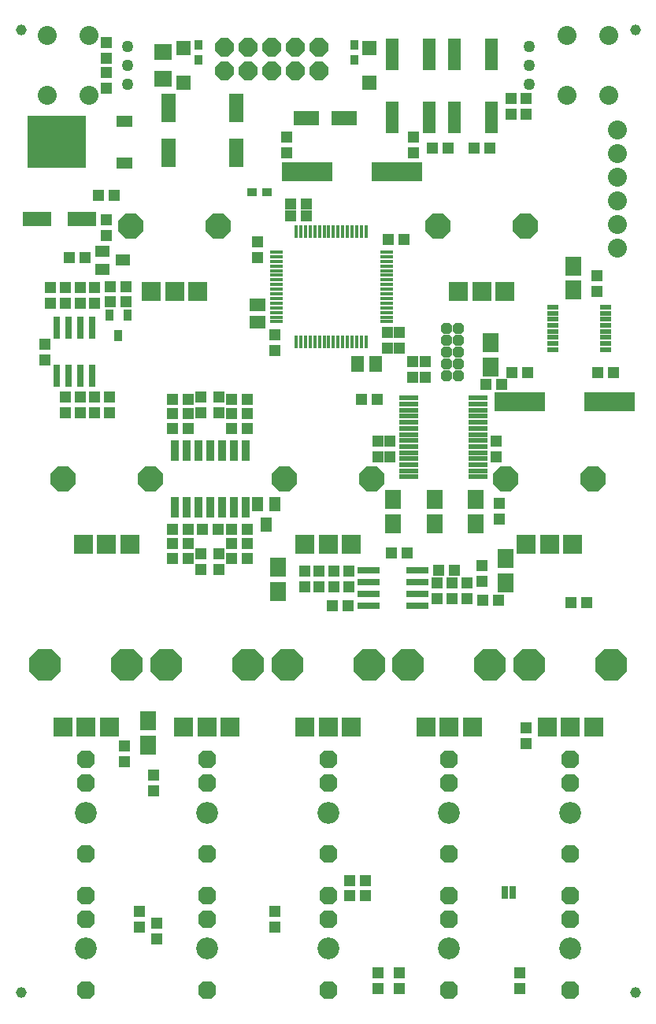
<source format=gbr>
G04 EAGLE Gerber RS-274X export*
G75*
%MOMM*%
%FSLAX34Y34*%
%LPD*%
%INSoldermask Top*%
%IPPOS*%
%AMOC8*
5,1,8,0,0,1.08239X$1,22.5*%
G01*
G04 Define Apertures*
%ADD10R,5.486400X2.082800*%
%ADD11R,1.152400X1.252400*%
%ADD12R,1.352400X3.352400*%
%ADD13R,1.252400X1.152400*%
%ADD14P,1.31965X8X292.5*%
%ADD15R,0.452400X1.352400*%
%ADD16R,1.352400X0.452400*%
%ADD17R,1.652400X1.452400*%
%ADD18R,1.452400X1.652400*%
%ADD19C,2.032000*%
%ADD20R,0.812800X2.184400*%
%ADD21R,0.852400X1.152400*%
%ADD22R,3.152400X1.552400*%
%ADD23R,6.352400X5.552400*%
%ADD24R,1.752400X1.152400*%
%ADD25R,1.552400X1.552400*%
%ADD26P,2.19942X8X22.5*%
%ADD27R,2.057400X0.533400*%
%ADD28R,1.002400X0.852400*%
%ADD29R,1.652400X2.152400*%
%ADD30R,2.352400X0.752400*%
%ADD31R,2.032000X2.032000*%
%ADD32P,3.64592X8X112.5*%
%ADD33P,2.08945X8X202.5*%
%ADD34C,2.352400*%
%ADD35P,2.91423X8X112.5*%
%ADD36R,1.955400X1.752400*%
%ADD37R,1.552400X3.152400*%
%ADD38R,2.752400X1.552400*%
%ADD39C,1.152400*%
%ADD40C,1.258800*%
%ADD41R,1.152400X0.502400*%
%ADD42R,0.752400X2.352400*%
%ADD43R,1.552400X1.152400*%
%ADD44R,1.152400X1.552400*%
%ADD45R,0.852400X1.002400*%
%ADD46R,0.787400X1.422400*%
D10*
X323215Y898525D03*
X419735Y898525D03*
D11*
X301625Y935600D03*
X301625Y918600D03*
D12*
X454975Y1024600D03*
X454975Y956600D03*
X414975Y956600D03*
X414975Y1024600D03*
D11*
X458225Y923925D03*
X475225Y923925D03*
X438150Y935600D03*
X438150Y918600D03*
D12*
X481650Y956600D03*
X481650Y1024600D03*
X521650Y1024600D03*
X521650Y956600D03*
D11*
X502675Y923925D03*
X519675Y923925D03*
X422275Y726050D03*
X422275Y709050D03*
X269876Y806205D03*
X269876Y823205D03*
X288925Y722875D03*
X288925Y705875D03*
D13*
X322825Y850900D03*
X305825Y850900D03*
X322825Y863600D03*
X305825Y863600D03*
D11*
X400050Y608575D03*
X400050Y591575D03*
X412750Y608575D03*
X412750Y591575D03*
D14*
X485775Y730250D03*
X473075Y730250D03*
X485775Y717550D03*
X473075Y717550D03*
X485775Y704850D03*
X473075Y704850D03*
X485775Y692150D03*
X473075Y692150D03*
X485775Y679450D03*
X473075Y679450D03*
D13*
X410600Y825501D03*
X427600Y825501D03*
D15*
X386750Y834064D03*
X381750Y834064D03*
X376750Y834064D03*
X371750Y834064D03*
X366750Y834064D03*
X361750Y834064D03*
X356750Y834064D03*
X351750Y834064D03*
X346750Y834064D03*
X341750Y834064D03*
X336750Y834064D03*
X331750Y834064D03*
X326750Y834064D03*
X321750Y834064D03*
X316750Y834064D03*
X311750Y834064D03*
D16*
X290140Y812200D03*
X290140Y807200D03*
X290140Y802200D03*
X290140Y797200D03*
X290140Y792200D03*
X290140Y787200D03*
X290140Y782200D03*
X290140Y777200D03*
X290140Y772200D03*
X290140Y767200D03*
X290140Y762200D03*
X290140Y757200D03*
X290140Y752200D03*
X290140Y747200D03*
X290140Y742200D03*
X290140Y737200D03*
D15*
X311750Y715844D03*
X316750Y715844D03*
X321750Y715844D03*
X326750Y715844D03*
X331750Y715844D03*
X336750Y715844D03*
X341750Y715844D03*
X346750Y715844D03*
X351750Y715844D03*
X356750Y715844D03*
X361750Y715844D03*
X366750Y715844D03*
X371750Y715844D03*
X376750Y715844D03*
X381750Y715844D03*
X386750Y715844D03*
D16*
X408614Y737200D03*
X408614Y742200D03*
X408614Y747200D03*
X408614Y752200D03*
X408614Y757200D03*
X408614Y762200D03*
X408614Y767200D03*
X408614Y772200D03*
X408614Y777200D03*
X408614Y782200D03*
X408614Y787200D03*
X408614Y792200D03*
X408614Y797200D03*
X408614Y802200D03*
X408614Y807200D03*
X408614Y812200D03*
D17*
X269875Y736625D03*
X269875Y755625D03*
D18*
X377850Y692150D03*
X396850Y692150D03*
D13*
X399025Y654050D03*
X382025Y654050D03*
D19*
X657225Y942975D03*
X657225Y917575D03*
X657225Y892175D03*
X657225Y866775D03*
X657225Y841375D03*
X657225Y815975D03*
D20*
X180975Y537591D03*
X180975Y599059D03*
X193675Y537591D03*
X206375Y537591D03*
X193675Y599059D03*
X206375Y599059D03*
X219075Y537591D03*
X219075Y599059D03*
X231775Y537591D03*
X244475Y537591D03*
X231775Y599059D03*
X244475Y599059D03*
X257175Y537591D03*
X257175Y599059D03*
D13*
X95250Y656200D03*
X95250Y639200D03*
X79375Y639200D03*
X79375Y656200D03*
X111125Y656200D03*
X111125Y639200D03*
D11*
X63500Y656200D03*
X63500Y639200D03*
X242325Y654050D03*
X259325Y654050D03*
X259325Y638175D03*
X242325Y638175D03*
D13*
X228600Y656200D03*
X228600Y639200D03*
X242325Y622300D03*
X259325Y622300D03*
D11*
X195825Y654050D03*
X178825Y654050D03*
X178825Y638175D03*
X195825Y638175D03*
D13*
X209550Y656200D03*
X209550Y639200D03*
X195825Y622300D03*
X178825Y622300D03*
D11*
X195825Y482600D03*
X178825Y482600D03*
X178825Y498475D03*
X195825Y498475D03*
D13*
X195825Y514350D03*
X178825Y514350D03*
D21*
X120650Y722425D03*
X111150Y744425D03*
X130150Y744425D03*
D11*
X129150Y774700D03*
X112150Y774700D03*
D13*
X112150Y758825D03*
X129150Y758825D03*
D22*
X33150Y847725D03*
X81150Y847725D03*
D13*
X99450Y873125D03*
X116450Y873125D03*
D23*
X54375Y930275D03*
D24*
X127375Y907475D03*
X127375Y953075D03*
D25*
X190500Y993825D03*
X190500Y1031825D03*
X390525Y1031825D03*
X390525Y993825D03*
D26*
X234950Y1031875D03*
X234950Y1006475D03*
X260350Y1031875D03*
X260350Y1006475D03*
X285750Y1031875D03*
X285750Y1006475D03*
X311150Y1031875D03*
X311150Y1006475D03*
X336550Y1031875D03*
X336550Y1006475D03*
D13*
X209550Y470925D03*
X209550Y487925D03*
X210575Y514350D03*
X227575Y514350D03*
D27*
X432378Y655100D03*
X432378Y648600D03*
X432378Y642100D03*
X432378Y635600D03*
X432378Y629100D03*
X432378Y622600D03*
X432378Y616100D03*
X432378Y609600D03*
X432378Y603100D03*
X432378Y596600D03*
X432378Y590100D03*
X432378Y583600D03*
X432378Y577100D03*
X432378Y570600D03*
X507422Y570600D03*
X507422Y577100D03*
X507422Y583600D03*
X507422Y590100D03*
X507422Y596600D03*
X507422Y603100D03*
X507422Y609600D03*
X507422Y616100D03*
X507422Y622600D03*
X507422Y629100D03*
X507422Y635600D03*
X507422Y642100D03*
X507422Y648600D03*
X507422Y655100D03*
D28*
X264050Y876300D03*
X280050Y876300D03*
D11*
X530225Y541900D03*
X530225Y524900D03*
D29*
X504825Y520400D03*
X504825Y546400D03*
D13*
X527050Y608575D03*
X527050Y591575D03*
X400050Y37075D03*
X400050Y20075D03*
D11*
X369325Y120650D03*
X386325Y120650D03*
D13*
X386325Y136525D03*
X369325Y136525D03*
D29*
X536575Y456900D03*
X536575Y482900D03*
X460375Y520400D03*
X460375Y546400D03*
D13*
X511175Y475225D03*
X511175Y458225D03*
X495300Y439175D03*
X495300Y456175D03*
D30*
X389925Y457200D03*
X441925Y457200D03*
X389925Y469900D03*
X389925Y444500D03*
X389925Y431800D03*
X441925Y469900D03*
X441925Y444500D03*
X441925Y431800D03*
D13*
X479425Y456175D03*
X479425Y439175D03*
D11*
X463550Y439175D03*
X463550Y456175D03*
D13*
X552450Y20075D03*
X552450Y37075D03*
D29*
X415925Y520400D03*
X415925Y546400D03*
D11*
X430775Y488950D03*
X413775Y488950D03*
D13*
X336550Y451875D03*
X336550Y468875D03*
X352425Y468875D03*
X352425Y451875D03*
D11*
X368300Y451875D03*
X368300Y468875D03*
D13*
X422275Y20075D03*
X422275Y37075D03*
X464575Y469900D03*
X481575Y469900D03*
X350275Y431800D03*
X367275Y431800D03*
X436563Y677300D03*
X436563Y694300D03*
X450850Y677300D03*
X450850Y694300D03*
X515375Y669925D03*
X532375Y669925D03*
D31*
X110725Y301300D03*
X85725Y301300D03*
X60725Y301300D03*
D32*
X129725Y368300D03*
X41725Y368300D03*
D33*
X346075Y95250D03*
X346075Y19050D03*
X346075Y120650D03*
D34*
X346075Y63500D03*
D33*
X606425Y95250D03*
X606425Y19050D03*
X606425Y120650D03*
D34*
X606425Y63500D03*
D33*
X476250Y95250D03*
X476250Y19050D03*
X476250Y120650D03*
D34*
X476250Y63500D03*
D33*
X85725Y241300D03*
X85725Y165100D03*
X85725Y266700D03*
D34*
X85725Y209550D03*
D33*
X215900Y241300D03*
X215900Y165100D03*
X215900Y266700D03*
D34*
X215900Y209550D03*
D33*
X346075Y241300D03*
X346075Y165100D03*
X346075Y266700D03*
D34*
X346075Y209550D03*
D33*
X476250Y241300D03*
X476250Y165100D03*
X476250Y266700D03*
D34*
X476250Y209550D03*
D31*
X240900Y301300D03*
X215900Y301300D03*
X190900Y301300D03*
D32*
X259900Y368300D03*
X171900Y368300D03*
D31*
X132950Y498325D03*
X107950Y498325D03*
X82950Y498325D03*
D35*
X154950Y568325D03*
X60950Y568325D03*
D19*
X44069Y980313D03*
X44069Y1045337D03*
X89281Y980313D03*
X89281Y1045337D03*
D36*
X168275Y1027045D03*
X168275Y998605D03*
D37*
X174625Y918975D03*
X174625Y966975D03*
X247650Y918975D03*
X247650Y966975D03*
D38*
X363400Y955675D03*
X322400Y955675D03*
D39*
X15875Y1050925D03*
X676275Y15875D03*
X676275Y1050925D03*
X15875Y15875D03*
D31*
X371075Y301300D03*
X346075Y301300D03*
X321075Y301300D03*
D32*
X390075Y368300D03*
X302075Y368300D03*
D31*
X501250Y301300D03*
X476250Y301300D03*
X451250Y301300D03*
D32*
X520250Y368300D03*
X432250Y368300D03*
D31*
X631425Y301300D03*
X606425Y301300D03*
X581425Y301300D03*
D32*
X650425Y368300D03*
X562425Y368300D03*
D31*
X205975Y770105D03*
X180975Y770105D03*
X155975Y770105D03*
D35*
X227975Y840105D03*
X133975Y840105D03*
D31*
X371075Y498325D03*
X346075Y498325D03*
X321075Y498325D03*
D35*
X393075Y568325D03*
X299075Y568325D03*
D31*
X536175Y770105D03*
X511175Y770105D03*
X486175Y770105D03*
D35*
X558175Y840105D03*
X464175Y840105D03*
D31*
X609200Y498325D03*
X584200Y498325D03*
X559200Y498325D03*
D35*
X631200Y568325D03*
X537200Y568325D03*
D13*
X79375Y756675D03*
X79375Y773675D03*
X63500Y773675D03*
X63500Y756675D03*
X95250Y756675D03*
X95250Y773675D03*
D11*
X47625Y756675D03*
X47625Y773675D03*
D33*
X215900Y95250D03*
X215900Y19050D03*
X215900Y120650D03*
D34*
X215900Y63500D03*
D11*
X242325Y482600D03*
X259325Y482600D03*
X259325Y498475D03*
X242325Y498475D03*
D13*
X242325Y514350D03*
X259325Y514350D03*
X228600Y470925D03*
X228600Y487925D03*
D33*
X606425Y241300D03*
X606425Y165100D03*
X606425Y266700D03*
D34*
X606425Y209550D03*
D11*
X41275Y713350D03*
X41275Y696350D03*
D19*
X602869Y980313D03*
X602869Y1045337D03*
X648081Y980313D03*
X648081Y1045337D03*
D40*
X561975Y1012825D03*
X561975Y1032825D03*
X561975Y992825D03*
X130175Y1012825D03*
X130175Y1032825D03*
X130175Y992825D03*
D13*
X542925Y959875D03*
X542925Y976875D03*
X558800Y959875D03*
X558800Y976875D03*
X107950Y988450D03*
X107950Y1005450D03*
X107950Y1037200D03*
X107950Y1020200D03*
D41*
X587700Y752925D03*
X587700Y746425D03*
X587700Y739925D03*
X587700Y733425D03*
X587700Y726925D03*
X587700Y720425D03*
X587700Y713925D03*
X644200Y713925D03*
X644200Y720425D03*
X644200Y726925D03*
X644200Y733425D03*
X644200Y739925D03*
X644200Y746425D03*
X644200Y752925D03*
X644200Y707425D03*
X587700Y707425D03*
D11*
X635000Y769375D03*
X635000Y786375D03*
D29*
X520700Y714675D03*
X520700Y688675D03*
X292100Y447375D03*
X292100Y473375D03*
D10*
X551815Y650875D03*
X648335Y650875D03*
D13*
X560950Y682625D03*
X543950Y682625D03*
X636025Y682625D03*
X653025Y682625D03*
D11*
X512200Y438150D03*
X529200Y438150D03*
D13*
X320675Y451875D03*
X320675Y468875D03*
D33*
X85725Y95250D03*
X85725Y19050D03*
X85725Y120650D03*
D34*
X85725Y63500D03*
D42*
X66675Y678850D03*
X66675Y730850D03*
X53975Y678850D03*
X79375Y678850D03*
X92075Y678850D03*
X53975Y730850D03*
X79375Y730850D03*
X92075Y730850D03*
D43*
X125300Y803275D03*
X103300Y793775D03*
X103300Y812775D03*
D11*
X67700Y806450D03*
X84700Y806450D03*
D13*
X107950Y829700D03*
X107950Y846700D03*
X288925Y103750D03*
X288925Y86750D03*
D44*
X279400Y519225D03*
X269900Y541225D03*
X288900Y541225D03*
D13*
X142875Y103750D03*
X142875Y86750D03*
D45*
X206375Y1034525D03*
X206375Y1018525D03*
X374650Y1034525D03*
X374650Y1018525D03*
D11*
X127000Y281550D03*
X127000Y264550D03*
D29*
X152400Y308275D03*
X152400Y282275D03*
D11*
X558800Y283600D03*
X558800Y300600D03*
D13*
X607450Y434975D03*
X624450Y434975D03*
D11*
X409575Y726050D03*
X409575Y709050D03*
D29*
X609600Y797225D03*
X609600Y771225D03*
D13*
X158750Y232800D03*
X158750Y249800D03*
X161925Y91050D03*
X161925Y74050D03*
D46*
X544250Y123825D03*
X535750Y123825D03*
M02*

</source>
